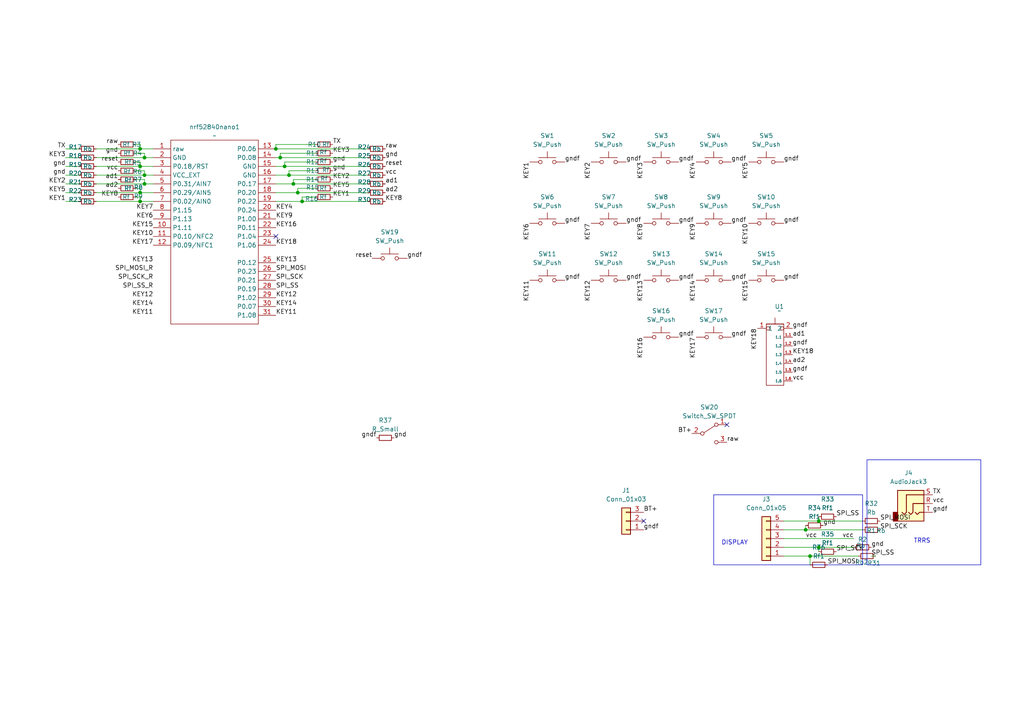
<source format=kicad_sch>
(kicad_sch (version 20231120) (generator "eeschema") (generator_version "8.0")
  (paper "A4")
  (lib_symbols
    (symbol "Connector_Audio:AudioJack3"
      (property "Reference" "J" (at 0 8.89 0))
      (property "Value" "AudioJack3" (at 0 6.35 0))
      (symbol "AudioJack3_0_1"
        (rectangle (start -5.08 -5.08) (end -6.35 -2.54) (stroke (width 0.254)) (fill (type outline)))
        (polyline (pts (xy 0 -2.54) (xy 0.635 -3.175) (xy 1.27 -2.54) (xy 2.54 -2.54)) (stroke (width 0.254)))
        (polyline (pts (xy -1.905 -2.54) (xy -1.27 -3.175) (xy -0.635 -2.54) (xy -0.635 0) (xy 2.54 0)) (stroke (width 0.254)))
        (polyline (pts (xy 2.54 2.54) (xy -2.54 2.54) (xy -2.54 -2.54) (xy -3.175 -3.175) (xy -3.81 -2.54)) (stroke (width 0.254)))
        (rectangle (start 2.54 3.81) (end -5.08 -5.08) (stroke (width 0.254)) (fill (type background)))
      )
      (symbol "AudioJack3_1_1"
        (pin passive line (at 5.08 0 180) (length 2.54) (name "~") (number "R"))
        (pin passive line (at 5.08 2.54 180) (length 2.54) (name "~") (number "S"))
        (pin passive line (at 5.08 -2.54 180) (length 2.54) (name "~") (number "T"))
      )
    )
    (symbol "Connector_Generic:Conn_01x03" (pin_names (offset 1.016) hide)
      (property "Reference" "J" (at 0 5.08 0))
      (property "Value" "Conn_01x03" (at 0 -5.08 0))
      (symbol "Conn_01x03_1_1"
        (rectangle (start -1.27 -2.413) (end 0 -2.667) (stroke (width 0.1524)))
        (rectangle (start -1.27 0.127) (end 0 -0.127) (stroke (width 0.1524)))
        (rectangle (start -1.27 2.667) (end 0 2.413) (stroke (width 0.1524)))
        (rectangle (start -1.27 3.81) (end 1.27 -3.81) (stroke (width 0.254)) (fill (type background)))
        (pin passive line (at -5.08 2.54 0) (length 3.81) (name "Pin_1") (number "1"))
        (pin passive line (at -5.08 0 0) (length 3.81) (name "Pin_2") (number "2"))
        (pin passive line (at -5.08 -2.54 0) (length 3.81) (name "Pin_3") (number "3"))
      )
    )
    (symbol "Connector_Generic:Conn_01x05" (pin_names (offset 1.016) hide)
      (property "Reference" "J" (at 0 7.62 0))
      (property "Value" "Conn_01x05" (at 0 -7.62 0))
      (symbol "Conn_01x05_1_1"
        (rectangle (start -1.27 -4.953) (end 0 -5.207) (stroke (width 0.1524)))
        (rectangle (start -1.27 -2.413) (end 0 -2.667) (stroke (width 0.1524)))
        (rectangle (start -1.27 0.127) (end 0 -0.127) (stroke (width 0.1524)))
        (rectangle (start -1.27 2.667) (end 0 2.413) (stroke (width 0.1524)))
        (rectangle (start -1.27 5.207) (end 0 4.953) (stroke (width 0.1524)))
        (rectangle (start -1.27 6.35) (end 1.27 -6.35) (stroke (width 0.254)) (fill (type background)))
        (pin passive line (at -5.08 5.08 0) (length 3.81) (name "Pin_1") (number "1"))
        (pin passive line (at -5.08 2.54 0) (length 3.81) (name "Pin_2") (number "2"))
        (pin passive line (at -5.08 0 0) (length 3.81) (name "Pin_3") (number "3"))
        (pin passive line (at -5.08 -2.54 0) (length 3.81) (name "Pin_4") (number "4"))
        (pin passive line (at -5.08 -5.08 0) (length 3.81) (name "Pin_5") (number "5"))
      )
    )
    (symbol "Device:R_Small" (pin_numbers hide) (pin_names (offset 0.254) hide)
      (property "Reference" "R" (at 0.762 0.508 0))
      (property "Value" "R_Small" (at 0.762 -1.016 0))
      (symbol "R_Small_0_1"
        (rectangle (start -0.762 1.778) (end 0.762 -1.778) (stroke (width 0.2032)))
      )
      (symbol "R_Small_1_1"
        (pin passive line (at 0 2.54 270) (length 0.762) (name "~") (number "1"))
        (pin passive line (at 0 -2.54 90) (length 0.762) (name "~") (number "2"))
      )
    )
    (symbol "Switch:SW_Push" (pin_numbers hide) (pin_names (offset 1.016) hide)
      (property "Reference" "SW" (at 1.27 2.54 0))
      (property "Value" "SW_Push" (at 0 -1.524 0))
      (symbol "SW_Push_0_1"
        (circle (center -2.032 0) (radius 0.508))
        (polyline (pts (xy 0 1.27) (xy 0 3.048)))
        (polyline (pts (xy 2.54 1.27) (xy -2.54 1.27)))
        (circle (center 2.032 0) (radius 0.508))
        (pin passive line (at -5.08 0 0) (length 2.54) (name "1") (number "1"))
        (pin passive line (at 5.08 0 180) (length 2.54) (name "2") (number "2"))
      )
    )
    (symbol "kbd:SW_Push_joy"
      (property "Reference" "U" (at 0 0 0))
      (symbol "SW_Push_joy_0_1"
        (rectangle (start -2.54 1.27) (end 2.54 -16.51))
        (circle (center -2.032 0) (radius 0.508))
        (polyline (pts (xy 0 1.27) (xy 0 3.048)))
        (polyline (pts (xy 2.54 1.27) (xy -2.54 1.27)))
        (circle (center 2.032 0) (radius 0.508))
        (pin passive line (at -5.08 0 0) (length 2.54) (name "1") (number "1"))
        (pin passive line (at 5.08 0 180) (length 2.54) (name "2") (number "2"))
      )
      (symbol "SW_Push_joy_1_1"
        (pin passive line (at 5.08 -2.54 180) (length 2.54) (name "1.1") (number "1.1"))
        (pin passive line (at 5.08 -5.08 180) (length 2.54) (name "1.2") (number "1.2"))
        (pin passive line (at 5.08 -7.62 180) (length 2.54) (name "1.3") (number "1.3"))
        (pin passive line (at 5.08 -10.16 180) (length 2.54) (name "1.4") (number "1.4"))
        (pin passive line (at 5.08 -12.7 180) (length 2.54) (name "1.5") (number "1.5"))
        (pin passive line (at 5.08 -15.24 180) (length 2.54) (name "1.6") (number "1.6"))
      )
    )
    (symbol "kbd:nrf52840nano"
      (property "Reference" "U" (at 1.778 28.956 0))
      (symbol "nrf52840nano_0_1"
        (rectangle (start -12.7 26.67) (end 12.7 -26.67))
      )
      (symbol "nrf52840nano_1_1"
        (pin bidirectional line (at -17.78 24.13 0) (length 5.08) (name "raw") (number "1"))
        (pin bidirectional line (at -17.78 1.27 0) (length 5.08) (name "P1.11") (number "10"))
        (pin bidirectional line (at -17.78 -1.27 0) (length 5.08) (name "P0.10/NFC2") (number "11"))
        (pin bidirectional line (at -17.78 -3.81 0) (length 5.08) (name "P0.09/NFC1") (number "12"))
        (pin bidirectional line (at 17.78 24.13 180) (length 5.08) (name "P0.06") (number "13"))
        (pin bidirectional line (at 17.78 21.59 180) (length 5.08) (name "P0.08") (number "14"))
        (pin bidirectional line (at 17.78 19.05 180) (length 5.08) (name "GND") (number "15"))
        (pin bidirectional line (at 17.78 16.51 180) (length 5.08) (name "GND") (number "16"))
        (pin bidirectional line (at 17.78 13.97 180) (length 5.08) (name "P0.17") (number "17"))
        (pin bidirectional line (at 17.78 11.43 180) (length 5.08) (name "P0.20") (number "18"))
        (pin bidirectional line (at 17.78 8.89 180) (length 5.08) (name "P0.22") (number "19"))
        (pin bidirectional line (at -17.78 21.59 0) (length 5.08) (name "GND") (number "2"))
        (pin bidirectional line (at 17.78 6.35 180) (length 5.08) (name "P0.24") (number "20"))
        (pin bidirectional line (at 17.78 3.81 180) (length 5.08) (name "P1.00") (number "21"))
        (pin bidirectional line (at 17.78 1.27 180) (length 5.08) (name "P0.11") (number "22"))
        (pin bidirectional line (at 17.78 -1.27 180) (length 5.08) (name "P1.04") (number "23"))
        (pin bidirectional line (at 17.78 -3.81 180) (length 5.08) (name "P1.06") (number "24"))
        (pin bidirectional line (at 17.78 -8.89 180) (length 5.08) (name "P0.12") (number "25"))
        (pin bidirectional line (at 17.78 -11.43 180) (length 5.08) (name "P0.23") (number "26"))
        (pin bidirectional line (at 17.78 -13.97 180) (length 5.08) (name "P0.21") (number "27"))
        (pin bidirectional line (at 17.78 -16.51 180) (length 5.08) (name "P0.19") (number "28"))
        (pin bidirectional line (at 17.78 -19.05 180) (length 5.08) (name "P1.02") (number "29"))
        (pin input line (at -17.78 19.05 0) (length 5.08) (name "P0.18/RST") (number "3"))
        (pin bidirectional line (at 17.78 -21.59 180) (length 5.08) (name "P0.07") (number "30"))
        (pin bidirectional line (at 17.78 -24.13 180) (length 5.08) (name "P1.08") (number "31"))
        (pin power_out line (at -17.78 16.51 0) (length 5.08) (name "VCC_EXT") (number "4"))
        (pin bidirectional line (at -17.78 13.97 0) (length 5.08) (name "P0.31/AIN7") (number "5"))
        (pin bidirectional line (at -17.78 11.43 0) (length 5.08) (name "P0.29/AIN5") (number "6"))
        (pin bidirectional line (at -17.78 8.89 0) (length 5.08) (name "P0.02/AIN0") (number "7"))
        (pin bidirectional line (at -17.78 6.35 0) (length 5.08) (name "P1.15") (number "8"))
        (pin bidirectional line (at -17.78 3.81 0) (length 5.08) (name "P1.13") (number "9"))
      )
    )
    (symbol "sweepv2-rescue:SW_SPDT-Switch" (pin_names (offset 0) hide)
      (property "Reference" "SW" (at 0 4.318 0))
      (property "Value" "Switch_SW_SPDT" (at 0 -5.08 0))
      (symbol "SW_SPDT-Switch_0_0"
        (circle (center -2.032 0) (radius 0.508))
        (circle (center 2.032 -2.54) (radius 0.508))
      )
      (symbol "SW_SPDT-Switch_0_1"
        (polyline (pts (xy -1.524 0.254) (xy 1.651 2.286)))
        (circle (center 2.032 2.54) (radius 0.508))
      )
      (symbol "SW_SPDT-Switch_1_1"
        (pin passive line (at 5.08 2.54 180) (length 2.54) (name "A") (number "1"))
        (pin passive line (at -5.08 0 0) (length 2.54) (name "B") (number "2"))
        (pin passive line (at 5.08 -2.54 180) (length 2.54) (name "C") (number "3"))
      )
    )
  )
  (junction (at 234.95 161.29))
  (junction (at 237.49 151.13))
  (junction (at 40.64 48.26))
  (junction (at 237.49 158.75))
  (junction (at 41.91 50.8))
  (junction (at 40.64 43.18))
  (junction (at 85.09 53.34))
  (junction (at 80.01 43.18))
  (junction (at 41.91 45.72))
  (junction (at 40.64 58.42))
  (junction (at 82.55 48.26))
  (junction (at 233.68 153.67))
  (junction (at 83.82 50.8))
  (junction (at 86.36 55.88))
  (junction (at 81.28 45.72))
  (junction (at 41.91 53.34))
  (junction (at 87.63 58.42))
  (junction (at 40.64 55.88))
  (no_connect (at 186.69 151.13))
  (no_connect (at 210.82 123.19))
  (no_connect (at 80.01 68.58))
  (wire (pts (xy 19.05 48.26) (xy 22.86 48.26)))
  (wire (pts (xy 19.05 45.72) (xy 22.86 45.72)))
  (wire (pts (xy 87.63 58.42) (xy 80.01 58.42)))
  (wire (pts (xy 19.05 50.8) (xy 22.86 50.8)))
  (wire (pts (xy 19.05 43.18) (xy 22.86 43.18)))
  (wire (pts (xy 41.91 45.72) (xy 44.45 45.72)))
  (wire (pts (xy 40.64 57.15) (xy 40.64 58.42)))
  (wire (pts (xy 86.36 55.88) (xy 106.68 55.88)))
  (wire (pts (xy 39.37 49.53) (xy 41.91 49.53)))
  (wire (pts (xy 233.68 153.67) (xy 250.19 153.67)))
  (wire (pts (xy 81.28 44.45) (xy 81.28 45.72)))
  (wire (pts (xy 19.05 53.34) (xy 22.86 53.34)))
  (wire (pts (xy 41.91 44.45) (xy 41.91 45.72)))
  (wire (pts (xy 40.64 54.61) (xy 40.64 55.88)))
  (wire (pts (xy 40.64 48.26) (xy 44.45 48.26)))
  (wire (pts (xy 227.33 151.13) (xy 237.49 151.13)))
  (wire (pts (xy 85.09 53.34) (xy 106.68 53.34)))
  (wire (pts (xy 234.95 163.83) (xy 234.95 161.29)))
  (wire (pts (xy 87.63 57.15) (xy 87.63 58.42)))
  (wire (pts (xy 86.36 54.61) (xy 86.36 55.88)))
  (wire (pts (xy 91.44 57.15) (xy 87.63 57.15)))
  (wire (pts (xy 27.94 45.72) (xy 41.91 45.72)))
  (wire (pts (xy 254 161.29) (xy 252.73 161.29)))
  (wire (pts (xy 91.44 41.91) (xy 80.01 41.91)))
  (wire (pts (xy 237.49 158.75) (xy 247.65 158.75)))
  (wire (pts (xy 40.64 41.91) (xy 40.64 43.18)))
  (wire (pts (xy 40.64 58.42) (xy 44.45 58.42)))
  (wire (pts (xy 81.28 45.72) (xy 106.68 45.72)))
  (wire (pts (xy 91.44 49.53) (xy 83.82 49.53)))
  (wire (pts (xy 80.01 41.91) (xy 80.01 43.18)))
  (wire (pts (xy 91.44 46.99) (xy 82.55 46.99)))
  (wire (pts (xy 80.01 43.18) (xy 106.68 43.18)))
  (wire (pts (xy 40.64 55.88) (xy 44.45 55.88)))
  (wire (pts (xy 41.91 49.53) (xy 41.91 50.8)))
  (wire (pts (xy 39.37 54.61) (xy 40.64 54.61)))
  (wire (pts (xy 85.09 52.07) (xy 85.09 53.34)))
  (wire (pts (xy 87.63 58.42) (xy 106.68 58.42)))
  (wire (pts (xy 41.91 50.8) (xy 44.45 50.8)))
  (wire (pts (xy 40.64 46.99) (xy 40.64 48.26)))
  (wire (pts (xy 237.49 149.86) (xy 237.49 151.13)))
  (wire (pts (xy 227.33 158.75) (xy 237.49 158.75)))
  (wire (pts (xy 39.37 52.07) (xy 41.91 52.07)))
  (wire (pts (xy 27.94 43.18) (xy 40.64 43.18)))
  (wire (pts (xy 19.05 55.88) (xy 22.86 55.88)))
  (wire (pts (xy 39.37 44.45) (xy 41.91 44.45)))
  (wire (pts (xy 83.82 50.8) (xy 106.68 50.8)))
  (wire (pts (xy 227.33 161.29) (xy 234.95 161.29)))
  (wire (pts (xy 234.95 161.29) (xy 248.92 161.29)))
  (wire (pts (xy 27.94 55.88) (xy 40.64 55.88)))
  (wire (pts (xy 39.37 41.91) (xy 40.64 41.91)))
  (wire (pts (xy 91.44 44.45) (xy 81.28 44.45)))
  (wire (pts (xy 82.55 48.26) (xy 80.01 48.26)))
  (wire (pts (xy 91.44 52.07) (xy 85.09 52.07)))
  (wire (pts (xy 41.91 53.34) (xy 44.45 53.34)))
  (wire (pts (xy 39.37 46.99) (xy 40.64 46.99)))
  (wire (pts (xy 83.82 49.53) (xy 83.82 50.8)))
  (wire (pts (xy 237.49 160.02) (xy 237.49 158.75)))
  (wire (pts (xy 83.82 50.8) (xy 80.01 50.8)))
  (wire (pts (xy 91.44 54.61) (xy 86.36 54.61)))
  (wire (pts (xy 27.94 53.34) (xy 41.91 53.34)))
  (wire (pts (xy 227.33 153.67) (xy 233.68 153.67)))
  (wire (pts (xy 41.91 52.07) (xy 41.91 53.34)))
  (wire (pts (xy 19.05 58.42) (xy 22.86 58.42)))
  (wire (pts (xy 82.55 48.26) (xy 106.68 48.26)))
  (wire (pts (xy 85.09 53.34) (xy 80.01 53.34)))
  (wire (pts (xy 227.33 156.21) (xy 247.65 156.21)))
  (wire (pts (xy 86.36 55.88) (xy 80.01 55.88)))
  (wire (pts (xy 81.28 45.72) (xy 80.01 45.72)))
  (wire (pts (xy 27.94 48.26) (xy 40.64 48.26)))
  (wire (pts (xy 233.68 152.4) (xy 233.68 153.67)))
  (wire (pts (xy 39.37 57.15) (xy 40.64 57.15)))
  (wire (pts (xy 27.94 58.42) (xy 40.64 58.42)))
  (wire (pts (xy 40.64 43.18) (xy 44.45 43.18)))
  (wire (pts (xy 27.94 50.8) (xy 41.91 50.8)))
  (wire (pts (xy 237.49 151.13) (xy 250.19 151.13)))
  (wire (pts (xy 82.55 46.99) (xy 82.55 48.26)))
  (rectangle (start 207.01 143.51) (end 250.19 163.83))
  (rectangle (start 251.46 133.35) (end 284.48 163.83))
  (text "DISPLAY" (at 213.106 157.48 0) (effects (font (size 1.27 1.27))))
  (text "TRRS" (at 267.462 156.972 0) (effects (font (size 1.27 1.27))))
  (label "gndf" (at 109.22 127 180))
  (label "KEY16" (at 80.01 66.04 0))
  (label "KEY9" (at 80.01 63.5 0))
  (label "vcc" (at 233.68 156.21 0))
  (label "KEY13" (at 44.45 76.2 180))
  (label "KEY3" (at 186.69 46.99 270))
  (label "KEY3" (at 19.05 45.72 180))
  (label "gnd" (at 34.29 44.45 180))
  (label "KEY13" (at 80.01 76.2 0))
  (label "KEY12" (at 171.45 81.28 270))
  (label "SPI_SS" (at 252.73 161.29 0))
  (label "KEY18" (at 219.71 95.25 270))
  (label "gndf" (at 181.61 46.99 0))
  (label "ad2" (at 34.29 54.61 180))
  (label "raw" (at 111.76 43.18 0))
  (label "KEY8" (at 34.29 57.15 180))
  (label "KEY7" (at 44.45 60.96 180))
  (label "ad2" (at 111.76 55.88 0))
  (label "SPI_SS_R" (at 44.45 83.82 180))
  (label "gnd" (at 19.05 50.8 180))
  (label "KEY15" (at 44.45 66.04 180))
  (label "KEY17" (at 44.45 71.12 180))
  (label "gndf" (at 227.33 81.28 0))
  (label "SPI_SCK_R" (at 44.45 81.28 180))
  (label "reset" (at 34.29 46.99 180))
  (label "KEY12" (at 80.01 86.36 0))
  (label "KEY3" (at 96.52 44.45 0))
  (label "ad2" (at 229.87 105.41 0))
  (label "KEY5" (at 217.17 46.99 270))
  (label "vcc" (at 270.51 146.05 0))
  (label "KEY1" (at 96.52 57.15 0))
  (label "KEY6" (at 153.67 64.77 270))
  (label "SPI_SCK" (at 242.57 160.02 0))
  (label "SPI_MOSI" (at 80.01 78.74 0))
  (label "KEY15" (at 217.17 81.28 270))
  (label "gndf" (at 163.83 81.28 0))
  (label "KEY2" (at 171.45 46.99 270))
  (label "KEY14" (at 80.01 88.9 0))
  (label "KEY10" (at 44.45 68.58 180))
  (label "KEY10" (at 217.17 64.77 270))
  (label "KEY7" (at 171.45 64.77 270))
  (label "ad1" (at 229.87 97.79 0))
  (label "gndf" (at 227.33 46.99 0))
  (label "KEY4" (at 80.01 60.96 0))
  (label "gndf" (at 118.11 74.93 0))
  (label "gnd" (at 114.3 127 0))
  (label "KEY16" (at 186.69 97.79 270))
  (label "KEY1" (at 19.05 58.42 180))
  (label "gndf" (at 212.09 81.28 0))
  (label "BT+" (at 186.69 148.59 0))
  (label "vcc" (at 111.76 50.8 0))
  (label "SPI_MOSI_R" (at 44.45 78.74 180))
  (label "vcc" (at 34.29 49.53 180))
  (label "gndf" (at 227.33 64.77 0))
  (label "KEY17" (at 201.93 97.79 270))
  (label "gndf" (at 229.87 100.33 0))
  (label "SPI_SCK" (at 255.27 153.67 0))
  (label "KEY5" (at 19.05 55.88 180))
  (label "gndf" (at 196.85 97.79 0))
  (label "reset" (at 111.76 48.26 0))
  (label "KEY5" (at 96.52 54.61 0))
  (label "BT+" (at 200.66 125.73 180))
  (label "KEY14" (at 201.93 81.28 270))
  (label "gnd" (at 96.52 46.99 0))
  (label "gnd" (at 238.76 152.4 0))
  (label "KEY8" (at 111.76 58.42 0))
  (label "SPI_SS" (at 242.57 149.86 0))
  (label "TX" (at 19.05 43.18 180))
  (label "raw" (at 210.82 128.27 0))
  (label "KEY2" (at 96.52 52.07 0))
  (label "SPI_SCK" (at 80.01 81.28 0))
  (label "gndf" (at 163.83 46.99 0))
  (label "gndf" (at 186.69 153.67 0))
  (label "raw" (at 34.29 41.91 180))
  (label "KEY18" (at 229.87 102.87 0))
  (label "SPI_MOSI" (at 240.03 163.83 0))
  (label "gnd" (at 19.05 48.26 180))
  (label "gndf" (at 212.09 97.79 0))
  (label "gnd" (at 252.73 158.75 0))
  (label "ad1" (at 34.29 52.07 180))
  (label "gndf" (at 229.87 95.25 0))
  (label "gndf" (at 196.85 81.28 0))
  (label "KEY18" (at 80.01 71.12 0))
  (label "KEY11" (at 80.01 91.44 0))
  (label "KEY11" (at 153.67 81.28 270))
  (label "KEY1" (at 153.67 46.99 270))
  (label "gndf" (at 163.83 64.77 0))
  (label "SPI_SS" (at 80.01 83.82 0))
  (label "vcc" (at 229.87 110.49 0))
  (label "gndf" (at 196.85 46.99 0))
  (label "gndf" (at 270.51 148.59 0))
  (label "vcc" (at 247.65 156.21 180))
  (label "ad1" (at 111.76 53.34 0))
  (label "KEY14" (at 44.45 88.9 180))
  (label "KEY8" (at 186.69 64.77 270))
  (label "KEY13" (at 186.69 81.28 270))
  (label "KEY2" (at 19.05 53.34 180))
  (label "gndf" (at 181.61 81.28 0))
  (label "gndf" (at 212.09 64.77 0))
  (label "KEY9" (at 201.93 64.77 270))
  (label "KEY4" (at 201.93 46.99 270))
  (label "reset" (at 107.95 74.93 180))
  (label "gndf" (at 229.87 107.95 0))
  (label "KEY11" (at 44.45 91.44 180))
  (label "gnd" (at 111.76 45.72 0))
  (label "gndf" (at 196.85 64.77 0))
  (label "gnd" (at 96.52 49.53 0))
  (label "gndf" (at 181.61 64.77 0))
  (label "TX" (at 270.51 143.51 0))
  (label "KEY12" (at 44.45 86.36 180))
  (label "KEY6" (at 44.45 63.5 180))
  (label "TX" (at 96.52 41.91 0))
  (label "SPI_MOSI" (at 255.27 151.13 0))
  (label "gndf" (at 212.09 46.99 0))
  (symbol (lib_id "Connector_Generic:Conn_01x03") (at 181.61 151.13 180) (unit 1)
    (property "Reference" "J1" (at 181.61 142.24 0))
    (property "Value" "Conn_01x03" (at 181.61 144.78 0))
    (property "Footprint" "kbd:xunpu_mx_1.25_3p" (effects (hide yes)))
    (property "Description" "Generic connector, single row, 01x03, script generated (kicad-library-utils/schlib/autogen/connector/)" (effects (hide yes)))
  )
  (symbol (lib_id "Device:R_Small") (at 25.4 58.42 270) (unit 1)
    (property "Reference" "R23" (at 21.844 57.912 90))
    (property "Value" "Rb" (at 25.4 58.42 90))
    (property "Footprint" "kbd:0r_reverse" (effects (hide yes)))
    (property "Description" "Resistor, small symbol" (effects (hide yes)))
  )
  (symbol (lib_id "Device:R_Small") (at 93.98 44.45 270) (unit 1)
    (property "Reference" "R11" (at 90.678 44.45 90))
    (property "Value" "Rf" (at 93.726 44.196 90))
    (property "Footprint" "kbd:0r" (effects (hide yes)))
    (property "Description" "Resistor, small symbol" (effects (hide yes)))
  )
  (symbol (lib_id "Switch:SW_Push") (at 113.03 74.93 0) (unit 1)
    (property "Reference" "SW19" (at 113.03 67.31 0))
    (property "Value" "SW_Push" (at 113.03 69.85 0))
    (property "Footprint" "kbd:SW_SPST_B3U-1000P" (effects (hide yes)))
    (property "Description" "Push button switch, generic, two pins" (effects (hide yes)))
  )
  (symbol (lib_id "Device:R_Small") (at 109.22 53.34 270) (unit 1)
    (property "Reference" "R28" (at 105.664 52.832 90))
    (property "Value" "Rb" (at 109.22 53.34 90))
    (property "Footprint" "kbd:0r_reverse" (effects (hide yes)))
    (property "Description" "Resistor, small symbol" (effects (hide yes)))
  )
  (symbol (lib_id "Device:R_Small") (at 237.49 163.83 270) (unit 1)
    (property "Reference" "R36" (at 237.49 158.75 90))
    (property "Value" "Rf1" (at 237.49 161.29 90))
    (property "Footprint" "kbd:0r" (effects (hide yes)))
    (property "Description" "Resistor, small symbol" (effects (hide yes)))
  )
  (symbol (lib_id "Device:R_Small") (at 240.03 160.02 270) (unit 1)
    (property "Reference" "R35" (at 240.03 154.94 90))
    (property "Value" "Rf1" (at 240.03 157.48 90))
    (property "Footprint" "kbd:0r" (effects (hide yes)))
    (property "Description" "Resistor, small symbol" (effects (hide yes)))
  )
  (symbol (lib_id "Switch:SW_Push") (at 207.01 46.99 0) (unit 1)
    (property "Reference" "SW4" (at 207.01 39.37 0))
    (property "Value" "SW_Push" (at 207.01 41.91 0))
    (property "Footprint" "kbd:keyswitch_choc12_hotswap_1u_swap" (effects (hide yes)))
    (property "Description" "Push button switch, generic, two pins" (effects (hide yes)))
  )
  (symbol (lib_id "Device:R_Small") (at 240.03 149.86 270) (unit 1)
    (property "Reference" "R33" (at 240.03 144.78 90))
    (property "Value" "Rf1" (at 240.03 147.32 90))
    (property "Footprint" "kbd:0r" (effects (hide yes)))
    (property "Description" "Resistor, small symbol" (effects (hide yes)))
  )
  (symbol (lib_id "Device:R_Small") (at 109.22 45.72 270) (unit 1)
    (property "Reference" "R25" (at 105.664 45.212 90))
    (property "Value" "Rb" (at 109.22 45.72 90))
    (property "Footprint" "kbd:0r_reverse" (effects (hide yes)))
    (property "Description" "Resistor, small symbol" (effects (hide yes)))
  )
  (symbol (lib_id "Device:R_Small") (at 93.98 57.15 270) (unit 1)
    (property "Reference" "R16" (at 90.424 57.658 90))
    (property "Value" "Rf" (at 93.726 57.15 90))
    (property "Footprint" "kbd:0r" (effects (hide yes)))
    (property "Description" "Resistor, small symbol" (effects (hide yes)))
  )
  (symbol (lib_id "Device:R_Small") (at 25.4 55.88 270) (unit 1)
    (property "Reference" "R22" (at 21.844 55.372 90))
    (property "Value" "Rb" (at 25.4 55.88 90))
    (property "Footprint" "kbd:0r_reverse" (effects (hide yes)))
    (property "Description" "Resistor, small symbol" (effects (hide yes)))
  )
  (symbol (lib_id "Device:R_Small") (at 93.98 46.99 270) (unit 1)
    (property "Reference" "R12" (at 90.678 46.99 90))
    (property "Value" "Rf" (at 93.726 46.736 90))
    (property "Footprint" "kbd:0r" (effects (hide yes)))
    (property "Description" "Resistor, small symbol" (effects (hide yes)))
  )
  (symbol (lib_id "Device:R_Small") (at 25.4 53.34 270) (unit 1)
    (property "Reference" "R21" (at 21.844 52.832 90))
    (property "Value" "Rb" (at 25.4 53.34 90))
    (property "Footprint" "kbd:0r_reverse" (effects (hide yes)))
    (property "Description" "Resistor, small symbol" (effects (hide yes)))
  )
  (symbol (lib_id "Device:R_Small") (at 25.4 43.18 270) (unit 1)
    (property "Reference" "R17" (at 21.844 42.672 90))
    (property "Value" "Rb" (at 25.4 43.18 90))
    (property "Footprint" "kbd:0r_reverse" (effects (hide yes)))
    (property "Description" "Resistor, small symbol" (effects (hide yes)))
  )
  (symbol (lib_id "Device:R_Small") (at 36.83 49.53 270) (unit 1)
    (property "Reference" "R6" (at 39.878 49.784 90))
    (property "Value" "Rf" (at 36.83 49.784 90))
    (property "Footprint" "kbd:0r" (effects (hide yes)))
    (property "Description" "Resistor, small symbol" (effects (hide yes)))
  )
  (symbol (lib_id "Device:R_Small") (at 93.98 54.61 270) (unit 1)
    (property "Reference" "R15" (at 90.678 54.356 90))
    (property "Value" "Rf" (at 93.726 54.61 90))
    (property "Footprint" "kbd:0r" (effects (hide yes)))
    (property "Description" "Resistor, small symbol" (effects (hide yes)))
  )
  (symbol (lib_id "Switch:SW_Push") (at 222.25 46.99 0) (unit 1)
    (property "Reference" "SW5" (at 222.25 39.37 0))
    (property "Value" "SW_Push" (at 222.25 41.91 0))
    (property "Footprint" "kbd:keyswitch_choc12_hotswap_1u_swap" (effects (hide yes)))
    (property "Description" "Push button switch, generic, two pins" (effects (hide yes)))
  )
  (symbol (lib_id "Switch:SW_Push") (at 176.53 46.99 0) (unit 1)
    (property "Reference" "SW2" (at 176.53 39.37 0))
    (property "Value" "SW_Push" (at 176.53 41.91 0))
    (property "Footprint" "kbd:keyswitch_choc12_hotswap_1u_swap" (effects (hide yes)))
    (property "Description" "Push button switch, generic, two pins" (effects (hide yes)))
  )
  (symbol (lib_id "Device:R_Small") (at 93.98 49.53 270) (unit 1)
    (property "Reference" "R13" (at 90.678 49.53 90))
    (property "Value" "Rf" (at 94.488 49.276 90))
    (property "Footprint" "kbd:0r" (effects (hide yes)))
    (property "Description" "Resistor, small symbol" (effects (hide yes)))
  )
  (symbol (lib_id "Switch:SW_Push") (at 191.77 97.79 0) (unit 1)
    (property "Reference" "SW16" (at 191.77 90.17 0))
    (property "Value" "SW_Push" (at 191.77 92.71 0))
    (property "Footprint" "kbd:keyswitch_choc12_hotswap_1u_swap" (effects (hide yes)))
    (property "Description" "Push button switch, generic, two pins" (effects (hide yes)))
  )
  (symbol (lib_id "Switch:SW_Push") (at 176.53 81.28 0) (unit 1)
    (property "Reference" "SW12" (at 176.53 73.66 0))
    (property "Value" "SW_Push" (at 176.53 76.2 0))
    (property "Footprint" "kbd:keyswitch_choc12_hotswap_1u_swap" (effects (hide yes)))
    (property "Description" "Push button switch, generic, two pins" (effects (hide yes)))
  )
  (symbol (lib_id "Device:R_Small") (at 252.73 153.67 270) (unit 1)
    (property "Reference" "R1" (at 252.73 153.924 90))
    (property "Value" "Rb" (at 255.524 153.924 90))
    (property "Footprint" "kbd:0r" (effects (hide yes)))
    (property "Description" "Resistor, small symbol" (effects (hide yes)))
  )
  (symbol (lib_id "Switch:SW_Push") (at 207.01 97.79 0) (unit 1)
    (property "Reference" "SW17" (at 207.01 90.17 0))
    (property "Value" "SW_Push" (at 207.01 92.71 0))
    (property "Footprint" "kbd:keyswitch_choc12_hotswap_1u_swap" (effects (hide yes)))
    (property "Description" "Push button switch, generic, two pins" (effects (hide yes)))
  )
  (symbol (lib_id "Switch:SW_Push") (at 222.25 81.28 0) (unit 1)
    (property "Reference" "SW15" (at 222.25 73.66 0))
    (property "Value" "SW_Push" (at 222.25 76.2 0))
    (property "Footprint" "kbd:keyswitch_choc12_hotswap_1u_swap" (effects (hide yes)))
    (property "Description" "Push button switch, generic, two pins" (effects (hide yes)))
  )
  (symbol (lib_id "Device:R_Small") (at 109.22 55.88 270) (unit 1)
    (property "Reference" "R29" (at 105.664 55.372 90))
    (property "Value" "Rb" (at 109.22 55.88 90))
    (property "Footprint" "kbd:0r_reverse" (effects (hide yes)))
    (property "Description" "Resistor, small symbol" (effects (hide yes)))
  )
  (symbol (lib_id "Device:R_Small") (at 36.83 46.99 270) (unit 1)
    (property "Reference" "R5" (at 39.624 47.244 90))
    (property "Value" "Rf" (at 37.084 46.99 90))
    (property "Footprint" "kbd:0r" (effects (hide yes)))
    (property "Description" "Resistor, small symbol" (effects (hide yes)))
  )
  (symbol (lib_id "Switch:SW_Push") (at 207.01 81.28 0) (unit 1)
    (property "Reference" "SW14" (at 207.01 73.66 0))
    (property "Value" "SW_Push" (at 207.01 76.2 0))
    (property "Footprint" "kbd:keyswitch_choc12_hotswap_1u_swap" (effects (hide yes)))
    (property "Description" "Push button switch, generic, two pins" (effects (hide yes)))
  )
  (symbol (lib_id "Device:R_Small") (at 251.46 161.29 270) (unit 1)
    (property "Reference" "R31" (at 253.492 163.322 90))
    (property "Value" "Rb2" (at 249.936 163.068 90))
    (property "Footprint" "kbd:0r" (effects (hide yes)))
    (property "Description" "Resistor, small symbol" (effects (hide yes)))
  )
  (symbol (lib_id "Switch:SW_Push") (at 176.53 64.77 0) (unit 1)
    (property "Reference" "SW7" (at 176.53 57.15 0))
    (property "Value" "SW_Push" (at 176.53 59.69 0))
    (property "Footprint" "kbd:keyswitch_choc12_hotswap_1u_swap" (effects (hide yes)))
    (property "Description" "Push button switch, generic, two pins" (effects (hide yes)))
  )
  (symbol (lib_id "kbd:nrf52840nano") (at 62.23 67.31 0) (unit 1)
    (property "Reference" "nrf52840nano1" (at 62.23 36.83 0))
    (property "Value" "~" (at 62.23 39.37 0))
    (property "Footprint" "kbd:52840NANO_V2_swap" (effects (hide yes)))
  )
  (symbol (lib_id "Switch:SW_Push") (at 191.77 64.77 0) (unit 1)
    (property "Reference" "SW8" (at 191.77 57.15 0))
    (property "Value" "SW_Push" (at 191.77 59.69 0))
    (property "Footprint" "kbd:keyswitch_choc12_hotswap_1u_swap" (effects (hide yes)))
    (property "Description" "Push button switch, generic, two pins" (effects (hide yes)))
  )
  (symbol (lib_id "Device:R_Small") (at 109.22 58.42 270) (unit 1)
    (property "Reference" "R30" (at 105.664 57.912 90))
    (property "Value" "Rb" (at 109.22 58.42 90))
    (property "Footprint" "kbd:0r_reverse" (effects (hide yes)))
    (property "Description" "Resistor, small symbol" (effects (hide yes)))
  )
  (symbol (lib_id "Device:R_Small") (at 111.76 127 90) (unit 1)
    (property "Reference" "R37" (at 111.76 121.92 90))
    (property "Value" "R_Small" (at 111.76 124.46 90))
    (property "Footprint" "kbd:0r" (effects (hide yes)))
    (property "Description" "Resistor, small symbol" (effects (hide yes)))
  )
  (symbol (lib_id "Device:R_Small") (at 109.22 43.18 270) (unit 1)
    (property "Reference" "R24" (at 105.664 42.672 90))
    (property "Value" "Rb" (at 109.22 43.18 90))
    (property "Footprint" "kbd:0r_reverse" (effects (hide yes)))
    (property "Description" "Resistor, small symbol" (effects (hide yes)))
  )
  (symbol (lib_id "Device:R_Small") (at 25.4 50.8 270) (unit 1)
    (property "Reference" "R20" (at 21.844 50.292 90))
    (property "Value" "Rb" (at 25.4 50.8 90))
    (property "Footprint" "kbd:0r_reverse" (effects (hide yes)))
    (property "Description" "Resistor, small symbol" (effects (hide yes)))
  )
  (symbol (lib_id "Device:R_Small") (at 252.73 151.13 270) (unit 1)
    (property "Reference" "R32" (at 252.73 146.05 90))
    (property "Value" "Rb" (at 252.73 148.59 90))
    (property "Footprint" "kbd:0r" (effects (hide yes)))
    (property "Description" "Resistor, small symbol" (effects (hide yes)))
  )
  (symbol (lib_id "Switch:SW_Push") (at 158.75 64.77 0) (unit 1)
    (property "Reference" "SW6" (at 158.75 57.15 0))
    (property "Value" "SW_Push" (at 158.75 59.69 0))
    (property "Footprint" "kbd:keyswitch_choc12_hotswap_1u_swap" (effects (hide yes)))
    (property "Description" "Push button switch, generic, two pins" (effects (hide yes)))
  )
  (symbol (lib_id "Device:R_Small") (at 236.22 152.4 270) (unit 1)
    (property "Reference" "R34" (at 236.22 147.32 90))
    (property "Value" "Rf1" (at 236.22 149.86 90))
    (property "Footprint" "kbd:0r" (effects (hide yes)))
    (property "Description" "Resistor, small symbol" (effects (hide yes)))
  )
  (symbol (lib_id "Device:R_Small") (at 93.98 52.07 270) (unit 1)
    (property "Reference" "R14" (at 90.678 52.07 90))
    (property "Value" "Rf" (at 93.98 51.816 90))
    (property "Footprint" "kbd:0r" (effects (hide yes)))
    (property "Description" "Resistor, small symbol" (effects (hide yes)))
  )
  (symbol (lib_id "Switch:SW_Push") (at 158.75 46.99 0) (unit 1)
    (property "Reference" "SW1" (at 158.75 39.37 0))
    (property "Value" "SW_Push" (at 158.75 41.91 0))
    (property "Footprint" "kbd:keyswitch_choc12_hotswap_1u_swap" (effects (hide yes)))
    (property "Description" "Push button switch, generic, two pins" (effects (hide yes)))
  )
  (symbol (lib_id "Device:R_Small") (at 93.98 41.91 270) (unit 1)
    (property "Reference" "R10" (at 91.186 41.91 90))
    (property "Value" "Rf" (at 94.488 41.91 90))
    (property "Footprint" "kbd:0r" (effects (hide yes)))
    (property "Description" "Resistor, small symbol" (effects (hide yes)))
  )
  (symbol (lib_id "kbd:SW_Push_joy") (at 224.79 95.25 0) (unit 1)
    (property "Reference" "U1" (at 226.06 88.9 0))
    (property "Value" "~" (at 226.06 90.17 0))
    (property "Footprint" "kbd:keyswitch_choc12_hotswap_1u_swap_joy" (effects (hide yes)))
  )
  (symbol (lib_id "Device:R_Small") (at 25.4 45.72 270) (unit 1)
    (property "Reference" "R18" (at 21.844 45.212 90))
    (property "Value" "Rb" (at 25.4 45.72 90))
    (property "Footprint" "kbd:0r_reverse" (effects (hide yes)))
    (property "Description" "Resistor, small symbol" (effects (hide yes)))
  )
  (symbol (lib_id "Connector_Audio:AudioJack3") (at 265.43 146.05 0) (unit 1)
    (property "Reference" "J4" (at 263.525 137.16 0))
    (property "Value" "AudioJack3" (at 263.525 139.7 0))
    (property "Footprint" "kbd:TRRS-PJ-320A-swap" (effects (hide yes)))
    (property "Description" "Audio Jack, 3 Poles (Stereo / TRS)" (effects (hide yes)))
  )
  (symbol (lib_id "Switch:SW_Push") (at 191.77 81.28 0) (unit 1)
    (property "Reference" "SW13" (at 191.77 73.66 0))
    (property "Value" "SW_Push" (at 191.77 76.2 0))
    (property "Footprint" "kbd:keyswitch_choc12_hotswap_1u_swap" (effects (hide yes)))
    (property "Description" "Push button switch, generic, two pins" (effects (hide yes)))
  )
  (symbol (lib_id "Device:R_Small") (at 25.4 48.26 270) (unit 1)
    (property "Reference" "R19" (at 21.844 47.752 90))
    (property "Value" "Rb" (at 25.4 48.26 90))
    (property "Footprint" "kbd:0r_reverse" (effects (hide yes)))
    (property "Description" "Resistor, small symbol" (effects (hide yes)))
  )
  (symbol (lib_id "Switch:SW_Push") (at 158.75 81.28 0) (unit 1)
    (property "Reference" "SW11" (at 158.75 73.66 0))
    (property "Value" "SW_Push" (at 158.75 76.2 0))
    (property "Footprint" "kbd:keyswitch_choc12_hotswap_1u_swap" (effects (hide yes)))
    (property "Description" "Push button switch, generic, two pins" (effects (hide yes)))
  )
  (symbol (lib_id "Device:R_Small") (at 36.83 52.07 270) (unit 1)
    (property "Reference" "R7" (at 39.878 52.07 90))
    (property "Value" "Rf" (at 37.084 52.324 90))
    (property "Footprint" "kbd:0r" (effects (hide yes)))
    (property "Description" "Resistor, small symbol" (effects (hide yes)))
  )
  (symbol (lib_id "Switch:SW_Push") (at 191.77 46.99 0) (unit 1)
    (property "Reference" "SW3" (at 191.77 39.37 0))
    (property "Value" "SW_Push" (at 191.77 41.91 0))
    (property "Footprint" "kbd:keyswitch_choc12_hotswap_1u_swap" (effects (hide yes)))
    (property "Description" "Push button switch, generic, two pins" (effects (hide yes)))
  )
  (symbol (lib_id "Device:R_Small") (at 109.22 50.8 270) (unit 1)
    (property "Reference" "R27" (at 105.664 50.292 90))
    (property "Value" "Rb" (at 109.22 50.8 90))
    (property "Footprint" "kbd:0r_reverse" (effects (hide yes)))
    (property "Description" "Resistor, small symbol" (effects (hide yes)))
  )
  (symbol (lib_id "Device:R_Small") (at 36.83 57.15 270) (unit 1)
    (property "Reference" "R9" (at 40.132 56.896 90))
    (property "Value" "Rf" (at 36.576 57.15 90))
    (property "Footprint" "kbd:0r" (effects (hide yes)))
    (property "Description" "Resistor, small symbol" (effects (hide yes)))
  )
  (symbol (lib_id "Device:R_Small") (at 36.83 44.45 270) (unit 1)
    (property "Reference" "R4" (at 39.878 44.45 90))
    (property "Value" "Rf" (at 36.83 44.45 90))
    (property "Footprint" "kbd:0r" (effects (hide yes)))
    (property "Description" "Resistor, small symbol" (effects (hide yes)))
  )
  (symbol (lib_id "Device:R_Small") (at 36.83 54.61 270) (unit 1)
    (property "Reference" "R8" (at 40.132 54.356 90))
    (property "Value" "Rf" (at 37.084 54.61 90))
    (property "Footprint" "kbd:0r" (effects (hide yes)))
    (property "Description" "Resistor, small symbol" (effects (hide yes)))
  )
  (symbol (lib_id "Switch:SW_Push") (at 222.25 64.77 0) (unit 1)
    (property "Reference" "SW10" (at 222.25 57.15 0))
    (property "Value" "SW_Push" (at 222.25 59.69 0))
    (property "Footprint" "kbd:keyswitch_choc12_hotswap_1u_swap" (effects (hide yes)))
    (property "Description" "Push button switch, generic, two pins" (effects (hide yes)))
  )
  (symbol (lib_id "Switch:SW_Push") (at 207.01 64.77 0) (unit 1)
    (property "Reference" "SW9" (at 207.01 57.15 0))
    (property "Value" "SW_Push" (at 207.01 59.69 0))
    (property "Footprint" "kbd:keyswitch_choc12_hotswap_1u_swap" (effects (hide yes)))
    (property "Description" "Push button switch, generic, two pins" (effects (hide yes)))
  )
  (symbol (lib_id "sweepv2-rescue:SW_SPDT-Switch") (at 205.74 125.73 0) (unit 1)
    (property "Reference" "SW20" (at 205.74 118.11 0))
    (property "Value" "Switch_SW_SPDT" (at 205.74 120.65 0))
    (property "Footprint" "kbd:SPDT_C128955" (effects (hide yes)))
  )
  (symbol (lib_id "Device:R_Small") (at 109.22 48.26 270) (unit 1)
    (property "Reference" "R26" (at 105.664 47.752 90))
    (property "Value" "Rb" (at 109.22 48.26 90))
    (property "Footprint" "kbd:0r_reverse" (effects (hide yes)))
    (property "Description" "Resistor, small symbol" (effects (hide yes)))
  )
  (symbol (lib_id "Device:R_Small") (at 36.83 41.91 270) (unit 1)
    (property "Reference" "R3" (at 39.624 41.91 90))
    (property "Value" "Rf" (at 36.576 41.91 90))
    (property "Footprint" "kbd:0r" (effects (hide yes)))
    (property "Description" "Resistor, small symbol" (effects (hide yes)))
  )
  (symbol (lib_id "Connector_Generic:Conn_01x05") (at 222.25 156.21 180) (unit 1)
    (property "Reference" "J3" (at 222.25 144.78 0))
    (property "Value" "Conn_01x05" (at 222.25 147.32 0))
    (property "Footprint" "Connector_PinHeader_2.54mm:PinHeader_1x05_P2.54mm_Vertical" (effects (hide yes)))
    (property "Description" "Generic connector, single row, 01x05, script generated (kicad-library-utils/schlib/autogen/connector/)" (effects (hide yes)))
  )
  (symbol (lib_id "Device:R_Small") (at 250.19 158.75 270) (unit 1)
    (property "Reference" "R2" (at 250.19 156.464 90))
    (property "Value" "Rb" (at 249.682 158.242 90))
    (property "Footprint" "kbd:0r" (effects (hide yes)))
    (property "Description" "Resistor, small symbol" (effects (hide yes)))
  )
)
</source>
